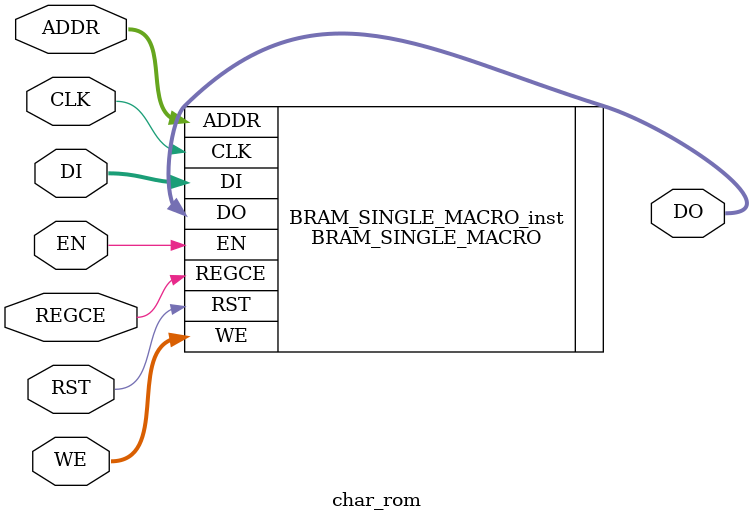
<source format=v>


module char_rom
(
   output [15 : 0] DO,    // Output data, width defined by READ_WIDTH parameter
   input  [10 : 0] ADDR,  // Input address, width defined by read/write port depth
   input           CLK,   // 1-bit input clock
   input  [15 : 0] DI,    // Input data port, width defined by WRITE_WIDTH parameter
   input           EN,    // 1-bit input RAM enable
   input           REGCE, // 1-bit input output register enable
   input           RST,   // 1-bit input reset
   input  [1  : 0] WE     // Input write enable, width defined by write port depth
);
    
// BRAM_SINGLE_MACRO: Single Port RAM
//                    Artix-7
// Xilinx HDL Language Template, version 2016.2

/////////////////////////////////////////////////////////////////////
//  READ_WIDTH | BRAM_SIZE | READ Depth  | ADDR Width |            //
// WRITE_WIDTH |           | WRITE Depth |            |  WE Width  //
// ============|===========|=============|============|============//
//    37-72    |  "36Kb"   |      512    |    9-bit   |    8-bit   //
//    19-36    |  "36Kb"   |     1024    |   10-bit   |    4-bit   //
//    19-36    |  "18Kb"   |      512    |    9-bit   |    4-bit   //
//    10-18    |  "36Kb"   |     2048    |   11-bit   |    2-bit   //
//    10-18    |  "18Kb"   |     1024    |   10-bit   |    2-bit   //
//     5-9     |  "36Kb"   |     4096    |   12-bit   |    1-bit   //
//     5-9     |  "18Kb"   |     2048    |   11-bit   |    1-bit   //
//     3-4     |  "36Kb"   |     8192    |   13-bit   |    1-bit   //
//     3-4     |  "18Kb"   |     4096    |   12-bit   |    1-bit   //
//       2     |  "36Kb"   |    16384    |   14-bit   |    1-bit   //
//       2     |  "18Kb"   |     8192    |   13-bit   |    1-bit   //
//       1     |  "36Kb"   |    32768    |   15-bit   |    1-bit   //
//       1     |  "18Kb"   |    16384    |   14-bit   |    1-bit   //
/////////////////////////////////////////////////////////////////////

BRAM_SINGLE_MACRO #(
   .BRAM_SIZE("36Kb"), // Target BRAM, "18Kb" or "36Kb" 
   .DEVICE("7SERIES"), // Target Device: "7SERIES" 
   .DO_REG(0), // Optional output register (0 or 1)
   .INIT(9'h000000000), // Initial values on output port
   .INIT_FILE ("NONE"),
   .WRITE_WIDTH(16), // Valid values are 1-72 (37-72 only valid when BRAM_SIZE="36Kb")
   .READ_WIDTH(16),  // Valid values are 1-72 (37-72 only valid when BRAM_SIZE="36Kb")
   .SRVAL(9'h0), // Set/Reset value for port output
   .WRITE_MODE("WRITE_FIRST"), // "WRITE_FIRST", "READ_FIRST", or "NO_CHANGE" 
   .INIT_00(256'h0000000000000000000000000000000000000000000000000000000000000000),
   .INIT_01(256'h0000000000000000000000000000000000000000000000000000000000000000),
   .INIT_02(256'h0000000000000000000000000000000000000000000000000000000000000000),
   .INIT_03(256'h0000000000000000000000000000000000000000000000000000000000000000),
   .INIT_04(256'h0000000000000000000000000000000000000000000000000000000000000000),
   .INIT_05(256'h0000000000000000000000000000000000000000000000000000000000000000),
   .INIT_06(256'h0000000000000000000000000000000000000000000000000000000000000000),
   .INIT_07(256'h0000000000000000000000000000000000000000000000000000000000000000),
   .INIT_08(256'h0000000000000000000000000000000000000000000000000000000000000000),
   .INIT_09(256'h0000000000000000000000000000000000000000000000000000000000000000),
   .INIT_0A(256'h0000000000000000000000000000000000000000000000000000000000000000),
   .INIT_0B(256'h0000000000000000000000000000000000000000000000000000000000000000),
   .INIT_0C(256'h0000000000000000000000000000000000000000000000000000000000000000),
   .INIT_0D(256'h0000000000000000000000000000000000000000000000000000000000000000),
   .INIT_0E(256'h0000000000000000000000000000000000000000000000000000000000000000),
   .INIT_0F(256'h0000000000000000000000000000000000000000000000000000000000000000),
   .INIT_10(256'h0000000000000000000000000000000000000000000000000000000000000000),
   .INIT_11(256'h0000000000000000000000000000000000000000000000000000000000000000),
   .INIT_12(256'h0000000000000000000000000000000000000000000000000000000000000000),
   .INIT_13(256'h0000000000000000000000000000000000000000000000000000000000000000),
   .INIT_14(256'h0000000000000000000000000000000000000000000000000000000000000000),
   .INIT_15(256'h0000000000000000000000000000000000000000000000000000000000000000),
   .INIT_16(256'h0000000000000000000000000000000000000000000000000000000000000000),
   .INIT_17(256'h0000000000000000000000000000000000000000000000000000000000000000),
   .INIT_18(256'h0000000000000000000000000000000000000000000000000000000000000000),
   .INIT_19(256'h0000000000000000000000000000000000000000000000000000000000000000),
   .INIT_1A(256'h0000000000000000000000000000000000000000000000000000000000000000),
   .INIT_1B(256'h0000000000000000000000000000000000000000000000000000000000000000),
   .INIT_1C(256'h0000000000000000000000000000000000000000000000000000000000000000),
   .INIT_1D(256'h0000000000000000000000000000000000000000000000000000000000000000),
   .INIT_1E(256'h0000000000000000000000000000000000000000000000000000000000000000),
   .INIT_1F(256'h0000000000000000000000000000000000000000000000000000000000000000),
   .INIT_20(256'h0000000000000000000000000000000000000000000000000000000000000000),
   .INIT_21(256'h0000000003000300030003000300030003000300030000000300030000000000),
   .INIT_22(256'h0000000006600660066006600000000000000000000000000000000000000000),
   .INIT_23(256'h000000000360036006C03FF03FF006C00D803FF03FF00D801B001B0000000000),
   .INIT_24(256'h00000100038007C00D600D000F00078003C001E00D600D6007C0038001000000),
   .INIT_25(256'h000000003C1866306630666066C03CC0019E01B30333033306330C1E00000000),
   .INIT_26(256'h0000000007C00FE00C600C6007C007800D9019D818F018780FFC078800000000),
   .INIT_27(256'h0000000001800180018001800000000000000000000000000000000000000000),
   .INIT_28(256'h0000018003000300060006000600060006000600060003000300018000000000),
   .INIT_29(256'h0000060003000300018001800180018001800180018003000300060000000000),
   .INIT_2A(256'h00000000000000000380038033983FF807C007C00EE01C700440000000000000),
   .INIT_2B(256'h0000000000000000000000C000C000C007F807F800C000C000C0000000000000),
   .INIT_2C(256'h0000000000000000000000000000000000000000030003000100010002000000),
   .INIT_2D(256'h0000000000000000000000000000000003E003E0000000000000000000000000),
   .INIT_2E(256'h0000000000000000000000000000000000000000000003000300000000000000),
   .INIT_2F(256'h000000000060006000C000C000C000C001800180018001800300030000000000),
   .INIT_30(256'h0000000003C007E00E700C300C300C300C300C300C300E7007E003C000000000),
   .INIT_31(256'h000000000180038007800D800980018001800180018001800180018000000000),
   .INIT_32(256'h0000000003C007E00E300C300030006000E001C0038006000FF00FF000000000),
   .INIT_33(256'h0000000003E007F00E30003001E001E0007000300C300E7007E003C000000000),
   .INIT_34(256'h00000000006000E000E001E00360036006600C600FF00FF00060006000000000),
   .INIT_35(256'h0000000007E007E006000C000FC00FE00C7000300C300E7007E003C000000000),
   .INIT_36(256'h0000000003E007F006300C000DC00FE00E700C300C30063007E003C000000000),
   .INIT_37(256'h000000000FF00FF0006000C000C0018001800180038003000300030000000000),
   .INIT_38(256'h0000000003C007E00C300C300C3007E007E00C300C300C3007E003C000000000),
   .INIT_39(256'h0000000003C007E00C600C300C300E7007F003B000300C600FE007C000000000),
   .INIT_3A(256'h0000000000000180018000000000000000000000018001800000000000000000),
   .INIT_3B(256'h0000000000000180018000000000000000000000018001800080008001000000),
   .INIT_3C(256'h0000000000000000002000E003C00F001C000F0003C000E00020000000000000),
   .INIT_3D(256'h00000000000000001FF01FF0000000001FF01FF0000000000000000000000000),
   .INIT_3E(256'h000000000000000008000E00078001E0007001E007800E000800000000000000),
   .INIT_3F(256'h0000000003C007E00E300C30007000E001C00180018000000180018000000000),
   .INIT_40(256'h000007C00C30137817E82CC82CC82CC82FD026E01008081007E0000000000000),
   .INIT_41(256'h000000000380038006C006C006C00C600C600FE01FF018301830301800000000),
   .INIT_42(256'h000000001FE01FF01830183018301FE01FF01818181818181FF01FE000000000),
   .INIT_43(256'h0000000003E00FF00C381C1018001800180018001C100C380FF003E000000000),
   .INIT_44(256'h000000001FC01FF0183018181818181818181818181818301FF01FC000000000),
   .INIT_45(256'h000000000FF80FF80C000C000C000FF80FF80C000C000C000FF80FF800000000),
   .INIT_46(256'h000000000FF00FF00C000C000C000FE00FE00C000C000C000C000C0000000000),
   .INIT_47(256'h0000000007E01FF0183838103000300030F830F8381818381FF807E000000000),
   .INIT_48(256'h00000000181818181818181818181FF81FF81818181818181818181800000000),
   .INIT_49(256'h0000000001800180018001800180018001800180018001800180018000000000),
   .INIT_4A(256'h00000000003000300030003000300030003000300C300E7007E003C000000000),
   .INIT_4B(256'h0000000018181830186018C019801BC01EC01C60187018301818181800000000),
   .INIT_4C(256'h000000000C000C000C000C000C000C000C000C000C000C000FF00FF000000000),
   .INIT_4D(256'h00000000383838383C783C78345836D836D836D8339833983398311800000000),
   .INIT_4E(256'h0000000018181C181E181E181B181998199818D8187818781838181800000000),
   .INIT_4F(256'h0000000007C01FF0183030183018301830183018301818301FF007C000000000),
   .INIT_50(256'h000000000FE00FF00C380C180C380FF00FE00C000C000C000C000C0000000000),
   .INIT_51(256'h0000000007C01FF018303018301830183018301831B818F01FF007B000180000),
   .INIT_52(256'h000000001FE01FF01838181818381FF01FC018E0187018301838181C00000000),
   .INIT_53(256'h0000000003E007F00E380C180F0007E001F000380C180E3807F003E000000000),
   .INIT_54(256'h000000001FF81FF8018001800180018001800180018001800180018000000000),
   .INIT_55(256'h000000001818181818181818181818181818181818181C380FF007E000000000),
   .INIT_56(256'h0000000030181830183018300C600C600EE006C006C003800380038000000000),
   .INIT_57(256'h0000000031C631C631C61B6C1B6C1B6C1B6C1B6C0E380E380E380E3800000000),
   .INIT_58(256'h0000000018301C700C6006C007C00380038007C006C00C601C70183000000000),
   .INIT_59(256'h0000000018181C380C300660066003C001800180018001800180018000000000),
   .INIT_5A(256'h0000000007F807F80030006000E000C001800380030006000FF80FF800000000),
   .INIT_5B(256'h000003C003C0030003000300030003000300030003000300030003C003C00000),
   .INIT_5C(256'h0000000003000300018001800180018000C000C000C000C00060006000000000),
   .INIT_5D(256'h000003C003C000C000C000C000C000C000C000C000C000C000C003C003C00000),
   .INIT_5E(256'h0000018003C003C00660066006600C3000000000000000000000000000000000),
   .INIT_5F(256'h0000000000000000000000000000000000000000000000000000FFFFFFFF0000),
   .INIT_60(256'h00000000018000C0000000000000000000000000000000000000000000000000),
   .INIT_61(256'h000000000000000007C00FE00C6001E007E00E600C600FE007B0000000000000),
   .INIT_62(256'h00000C000C000C000DC00FE00E700C300C300C300E700FE00DC0000000000000),
   .INIT_63(256'h000000000000000003C007E00E600C000C000C000E6007E003C0000000000000),
   .INIT_64(256'h000000300030003003B007F00E700C300C300C300E7007F003B0000000000000),
   .INIT_65(256'h0000000000000000038007C00C600FE00FE00C000E6007C00380000000000000),
   .INIT_66(256'h000003C007C006000F800F800600060006000600060006000600000000000000),
   .INIT_67(256'h00000000000007600FE01CE01860186018601CE00FE0076018601FE00FC00000),
   .INIT_68(256'h00000C000C000C000DE00FF00E300C300C300C300C300C300C30000000000000),
   .INIT_69(256'h0000000001800180000001800180018001800180018001800180000000000000),
   .INIT_6A(256'h0000000001800180000001800180018001800180018001800180018007800700),
   .INIT_6B(256'h00000C000C000C000C600CC00D800F800FC00EC00CC00C600C60000000000000),
   .INIT_6C(256'h0000018001800180018001800180018001800180018001800180000000000000),
   .INIT_6D(256'h000000000000000037383FFC39CC318C318C318C318C318C318C000000000000),
   .INIT_6E(256'h00000000000000000DE00FF00E300C300C300C300C300C300C30000000000000),
   .INIT_6F(256'h000000000000000003C007E00E700C300C300C300E7007E003C0000000000000),
   .INIT_70(256'h00000000000000000DC00FE00E700C300C300C300E700FE00DC00C000C000C00),
   .INIT_71(256'h000000000000000003B007F00E700C300C300C300E7007F003B0003000300030),
   .INIT_72(256'h0000000000000000037003F00380030003000300030003000300000000000000),
   .INIT_73(256'h000000000000000007C00FE00C600F0007C000E00C600FE007C0000000000000),
   .INIT_74(256'h000001000300030007C007C00300030003000300030003C001C0000000000000),
   .INIT_75(256'h00000000000000000C300C300C300C300C300C300C700FF007B0000000000000),
   .INIT_76(256'h000000000000000006300630063003600360036001C001C001C0000000000000),
   .INIT_77(256'h000000000000000031C631C619CC1B6C1B6C1B6C0E380E380E38000000000000),
   .INIT_78(256'h000000000000000006300770036001C001C001C0036007700630000000000000),
   .INIT_79(256'h00000000000000000C180C18063006300360036003E001C001C0018007800700),
   .INIT_7A(256'h000000000000000003F803F80030007000E001C0018003F803F8000000000000),
   .INIT_7B(256'h01C003C003000300030003000E000E000300030003000300030003C001C00000),
   .INIT_7C(256'h0180018001800180018001800180018001800180018001800180018001800180),
   .INIT_7D(256'h038003C000C000C000C000C00070007000C000C000C000C000C003C003800000),
   .INIT_7E(256'h0000000007880FF808F000000000000000000000000000000000000000000000),
   .INIT_7F(256'h0000000000000000000000000000000000000000000000000000000000000000),
   
   // The next set of INITP_xx are for the parity bits
   .INITP_00(256'h0000000000000000000000000000000000000000000000000000000000000000),
   .INITP_01(256'h0000000000000000000000000000000000000000000000000000000000000000),
   .INITP_02(256'h0000000000000000000000000000000000000000000000000000000000000000),
   .INITP_03(256'h0000000000000000000000000000000000000000000000000000000000000000),
   .INITP_04(256'h0000000000000000000000000000000000000000000000000000000000000000),
   .INITP_05(256'h0000000000000000000000000000000000000000000000000000000000000000),
   .INITP_06(256'h0000000000000000000000000000000000000000000000000000000000000000),
   .INITP_07(256'h0000000000000000000000000000000000000000000000000000000000000000),
   
   // The next set of INIT_xx are valid when configured as 36Kb
   .INITP_08(256'h0000000000000000000000000000000000000000000000000000000000000000),
   .INITP_09(256'h0000000000000000000000000000000000000000000000000000000000000000),
   .INITP_0A(256'h0000000000000000000000000000000000000000000000000000000000000000),
   .INITP_0B(256'h0000000000000000000000000000000000000000000000000000000000000000),
   .INITP_0C(256'h0000000000000000000000000000000000000000000000000000000000000000),
   .INITP_0D(256'h0000000000000000000000000000000000000000000000000000000000000000),
   .INITP_0E(256'h0000000000000000000000000000000000000000000000000000000000000000),
   .INITP_0F(256'h0000000000000000000000000000000000000000000000000000000000000000)
) BRAM_SINGLE_MACRO_inst (
   .DO(DO),       // Output data, width defined by READ_WIDTH parameter
   .ADDR(ADDR),   // Input address, width defined by read/write port depth
   .CLK(CLK),     // 1-bit input clock
   .DI(DI),       // Input data port, width defined by WRITE_WIDTH parameter
   .EN(EN),       // 1-bit input RAM enable
   .REGCE(REGCE), // 1-bit input output register enable
   .RST(RST),     // 1-bit input reset
   .WE(WE)        // Input write enable, width defined by write port depth
);

// End of BRAM_SINGLE_MACRO_inst instantiation

endmodule

</source>
